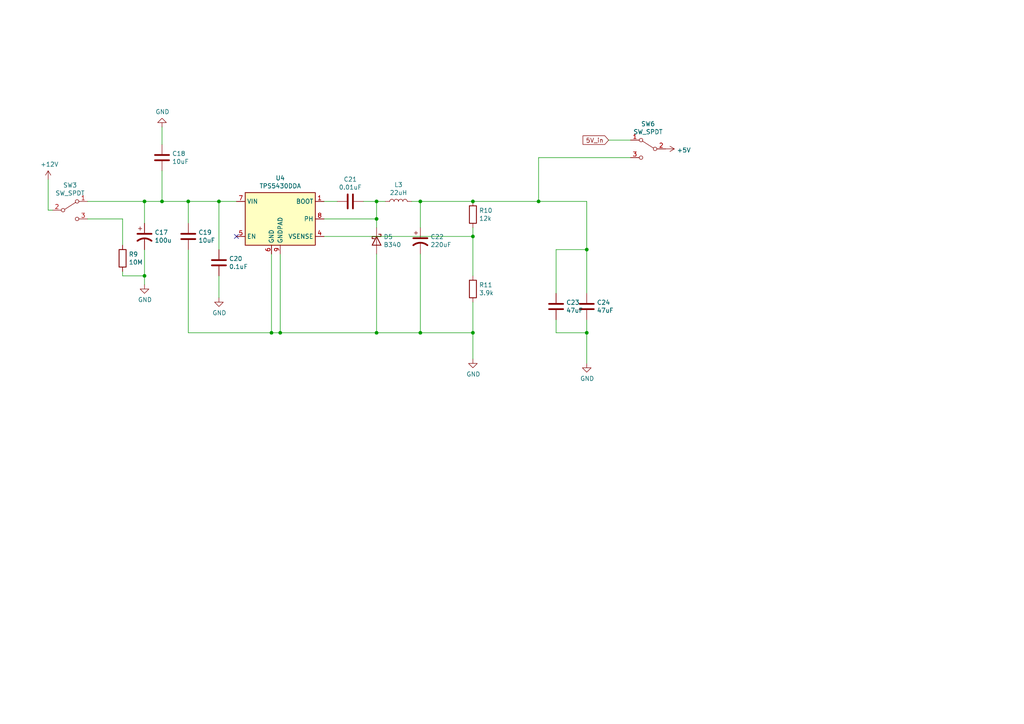
<source format=kicad_sch>
(kicad_sch (version 20230121) (generator eeschema)
  (paper "A4")
  (lib_symbols
    (symbol "Device:C" (pin_numbers hide) (pin_names (offset 0.254))
      (property "Reference" "C" (at 0.635 2.54 0))
      (property "Value" "C" (at 0.635 -2.54 0))
      (symbol "C_0_1"
        (polyline (pts (xy -2.032 -0.762) (xy 2.032 -0.762)) (stroke (width 0.508)))
        (polyline (pts (xy -2.032 0.762) (xy 2.032 0.762)) (stroke (width 0.508)))
      )
      (symbol "C_1_1"
        (pin passive line (at 0 3.81 270) (length 2.794) (name "~") (number "1"))
        (pin passive line (at 0 -3.81 90) (length 2.794) (name "~") (number "2"))
      )
    )
    (symbol "Device:L" (pin_numbers hide) (pin_names (offset 1.016) hide)
      (property "Reference" "L" (at -1.27 0 90))
      (property "Value" "L" (at 1.905 0 90))
      (symbol "L_0_1"
        (arc (start 0 -2.54) (mid 0.6323 -1.905) (end 0 -1.27))
        (arc (start 0 -1.27) (mid 0.6323 -0.635) (end 0 0))
        (arc (start 0 0) (mid 0.6323 0.635) (end 0 1.27))
        (arc (start 0 1.27) (mid 0.6323 1.905) (end 0 2.54))
      )
      (symbol "L_1_1"
        (pin passive line (at 0 3.81 270) (length 1.27) (name "1") (number "1"))
        (pin passive line (at 0 -3.81 90) (length 1.27) (name "2") (number "2"))
      )
    )
    (symbol "Device:R" (pin_numbers hide) (pin_names (offset 0))
      (property "Reference" "R" (at 2.032 0 90))
      (property "Value" "R" (at 0 0 90))
      (symbol "R_0_1"
        (rectangle (start -1.016 -2.54) (end 1.016 2.54) (stroke (width 0.254)))
      )
      (symbol "R_1_1"
        (pin passive line (at 0 3.81 270) (length 1.27) (name "~") (number "1"))
        (pin passive line (at 0 -3.81 90) (length 1.27) (name "~") (number "2"))
      )
    )
    (symbol "Diode:B340" (pin_numbers hide) (pin_names (offset 1.016) hide)
      (property "Reference" "D" (at 0 2.54 0))
      (property "Value" "B340" (at 0 -2.54 0))
      (symbol "B340_0_1"
        (polyline (pts (xy 1.27 0) (xy -1.27 0)))
        (polyline (pts (xy 1.27 1.27) (xy 1.27 -1.27) (xy -1.27 0) (xy 1.27 1.27)) (stroke (width 0.254)))
        (polyline (pts (xy -1.905 0.635) (xy -1.905 1.27) (xy -1.27 1.27) (xy -1.27 -1.27) (xy -0.635 -1.27) (xy -0.635 -0.635)) (stroke (width 0.254)))
      )
      (symbol "B340_1_1"
        (pin passive line (at -3.81 0 0) (length 2.54) (name "K") (number "1"))
        (pin passive line (at 3.81 0 180) (length 2.54) (name "A") (number "2"))
      )
    )
    (symbol "Regulator_Switching:TPS5430DDA"
      (property "Reference" "U" (at -10.16 8.89 0))
      (property "Value" "TPS5430DDA" (at -1.27 8.89 0))
      (symbol "TPS5430DDA_0_1"
        (rectangle (start -10.16 7.62) (end 10.16 -7.62) (stroke (width 0.254)) (fill (type background)))
      )
      (symbol "TPS5430DDA_1_1"
        (pin input line (at 12.7 5.08 180) (length 2.54) (name "BOOT") (number "1"))
        (pin no_connect line (at -10.16 2.54 0) (length 2.54) hide (name "NC") (number "2"))
        (pin no_connect line (at -10.16 -2.54 0) (length 2.54) hide (name "NC") (number "3"))
        (pin input line (at 12.7 -5.08 180) (length 2.54) (name "VSENSE") (number "4"))
        (pin input line (at -12.7 -5.08 0) (length 2.54) (name "EN") (number "5"))
        (pin power_in line (at -2.54 -10.16 90) (length 2.54) (name "GND") (number "6"))
        (pin power_in line (at -12.7 5.08 0) (length 2.54) (name "VIN") (number "7"))
        (pin output line (at 12.7 0 180) (length 2.54) (name "PH") (number "8"))
        (pin power_in line (at 0 -10.16 90) (length 2.54) (name "GNDPAD") (number "9"))
      )
    )
    (symbol "Switch:SW_SPDT" (pin_names (offset 0) hide)
      (property "Reference" "SW" (at 0 4.318 0))
      (property "Value" "SW_SPDT" (at 0 -5.08 0))
      (symbol "SW_SPDT_0_0"
        (circle (center -2.032 0) (radius 0.508))
        (circle (center 2.032 -2.54) (radius 0.508))
      )
      (symbol "SW_SPDT_0_1"
        (polyline (pts (xy -1.524 0.254) (xy 1.651 2.286)))
        (circle (center 2.032 2.54) (radius 0.508))
      )
      (symbol "SW_SPDT_1_1"
        (pin passive line (at 5.08 2.54 180) (length 2.54) (name "A") (number "1"))
        (pin passive line (at -5.08 0 0) (length 2.54) (name "B") (number "2"))
        (pin passive line (at 5.08 -2.54 180) (length 2.54) (name "C") (number "3"))
      )
    )
    (symbol "power:+12V" (power) (pin_names (offset 0))
      (property "Value" "+12V" (at 0 3.556 0))
      (symbol "+12V_0_1"
        (polyline (pts (xy -0.762 1.27) (xy 0 2.54)))
        (polyline (pts (xy 0 0) (xy 0 2.54)))
        (polyline (pts (xy 0 2.54) (xy 0.762 1.27)))
      )
      (symbol "+12V_1_1"
        (pin power_in line (at 0 0 90) (length 0) hide (name "+12V") (number "1"))
      )
    )
    (symbol "power:+5V" (power) (pin_names (offset 0))
      (property "Value" "+5V" (at 0 3.556 0))
      (symbol "+5V_0_1"
        (polyline (pts (xy -0.762 1.27) (xy 0 2.54)))
        (polyline (pts (xy 0 0) (xy 0 2.54)))
        (polyline (pts (xy 0 2.54) (xy 0.762 1.27)))
      )
      (symbol "+5V_1_1"
        (pin power_in line (at 0 0 90) (length 0) hide (name "+5V") (number "1"))
      )
    )
    (symbol "power:GND" (power) (pin_names (offset 0))
      (property "Value" "GND" (at 0 -3.81 0))
      (symbol "GND_0_1"
        (polyline (pts (xy 0 0) (xy 0 -1.27) (xy 1.27 -1.27) (xy 0 -2.54) (xy -1.27 -1.27) (xy 0 -1.27)))
      )
      (symbol "GND_1_1"
        (pin power_in line (at 0 0 270) (length 0) hide (name "GND") (number "1"))
      )
    )
    (symbol "tps61088-rescue:CP1-Device" (pin_numbers hide) (pin_names (offset 0.254) hide)
      (property "Reference" "C" (at 0.635 2.54 0))
      (property "Value" "CP1-Device" (at 0.635 -2.54 0))
      (symbol "CP1-Device_0_1"
        (polyline (pts (xy -2.032 0.762) (xy 2.032 0.762)) (stroke (width 0.508)))
        (polyline (pts (xy -1.778 2.286) (xy -0.762 2.286)))
        (polyline (pts (xy -1.27 1.778) (xy -1.27 2.794)))
        (arc (start 2.032 -1.27) (mid 0 -0.5572) (end -2.032 -1.27) (stroke (width 0.508)))
      )
      (symbol "CP1-Device_1_1"
        (pin passive line (at 0 3.81 270) (length 2.794) (name "~") (number "1"))
        (pin passive line (at 0 -3.81 90) (length 3.302) (name "~") (number "2"))
      )
    )
  )
  (junction (at 156.21 58.42))
  (junction (at 109.22 63.5))
  (junction (at 63.5 58.42))
  (junction (at 137.16 68.58))
  (junction (at 78.74 96.52))
  (junction (at 170.18 96.52))
  (junction (at 41.91 58.42))
  (junction (at 46.99 58.42))
  (junction (at 109.22 58.42))
  (junction (at 81.28 96.52))
  (junction (at 170.18 72.39))
  (junction (at 121.92 58.42))
  (junction (at 121.92 96.52))
  (junction (at 109.22 96.52))
  (junction (at 41.91 80.01))
  (junction (at 137.16 96.52))
  (junction (at 54.61 58.42))
  (junction (at 137.16 58.42))
  (no_connect (at 68.58 68.58))
  (wire (pts (xy 81.28 96.52) (xy 109.22 96.52)))
  (wire (pts (xy 35.56 78.74) (xy 35.56 80.01)))
  (wire (pts (xy 109.22 58.42) (xy 111.76 58.42)))
  (wire (pts (xy 25.4 58.42) (xy 41.91 58.42)))
  (wire (pts (xy 137.16 104.14) (xy 137.16 96.52)))
  (wire (pts (xy 161.29 85.09) (xy 161.29 72.39)))
  (wire (pts (xy 156.21 45.72) (xy 182.88 45.72)))
  (wire (pts (xy 63.5 58.42) (xy 63.5 72.39)))
  (wire (pts (xy 161.29 96.52) (xy 170.18 96.52)))
  (wire (pts (xy 63.5 58.42) (xy 68.58 58.42)))
  (wire (pts (xy 105.41 58.42) (xy 109.22 58.42)))
  (wire (pts (xy 41.91 58.42) (xy 46.99 58.42)))
  (wire (pts (xy 41.91 72.39) (xy 41.91 80.01)))
  (wire (pts (xy 170.18 85.09) (xy 170.18 72.39)))
  (wire (pts (xy 46.99 36.83) (xy 46.99 41.91)))
  (wire (pts (xy 46.99 49.53) (xy 46.99 58.42)))
  (wire (pts (xy 54.61 72.39) (xy 54.61 96.52)))
  (wire (pts (xy 137.16 68.58) (xy 137.16 80.01)))
  (wire (pts (xy 54.61 96.52) (xy 78.74 96.52)))
  (wire (pts (xy 35.56 63.5) (xy 35.56 71.12)))
  (wire (pts (xy 137.16 96.52) (xy 121.92 96.52)))
  (wire (pts (xy 13.97 52.07) (xy 13.97 60.96)))
  (wire (pts (xy 46.99 58.42) (xy 54.61 58.42)))
  (wire (pts (xy 161.29 72.39) (xy 170.18 72.39)))
  (wire (pts (xy 121.92 58.42) (xy 119.38 58.42)))
  (wire (pts (xy 78.74 96.52) (xy 81.28 96.52)))
  (wire (pts (xy 109.22 73.66) (xy 109.22 96.52)))
  (wire (pts (xy 97.79 58.42) (xy 93.98 58.42)))
  (wire (pts (xy 13.97 60.96) (xy 15.24 60.96)))
  (wire (pts (xy 35.56 63.5) (xy 25.4 63.5)))
  (wire (pts (xy 170.18 58.42) (xy 156.21 58.42)))
  (wire (pts (xy 170.18 96.52) (xy 170.18 105.41)))
  (wire (pts (xy 109.22 66.04) (xy 109.22 63.5)))
  (wire (pts (xy 156.21 58.42) (xy 137.16 58.42)))
  (wire (pts (xy 121.92 73.66) (xy 121.92 96.52)))
  (wire (pts (xy 54.61 58.42) (xy 63.5 58.42)))
  (wire (pts (xy 137.16 58.42) (xy 121.92 58.42)))
  (wire (pts (xy 176.53 40.64) (xy 182.88 40.64)))
  (wire (pts (xy 109.22 63.5) (xy 109.22 58.42)))
  (wire (pts (xy 137.16 66.04) (xy 137.16 68.58)))
  (wire (pts (xy 121.92 66.04) (xy 121.92 58.42)))
  (wire (pts (xy 161.29 92.71) (xy 161.29 96.52)))
  (wire (pts (xy 41.91 80.01) (xy 41.91 82.55)))
  (wire (pts (xy 81.28 73.66) (xy 81.28 96.52)))
  (wire (pts (xy 137.16 87.63) (xy 137.16 96.52)))
  (wire (pts (xy 170.18 72.39) (xy 170.18 58.42)))
  (wire (pts (xy 156.21 45.72) (xy 156.21 58.42)))
  (wire (pts (xy 78.74 73.66) (xy 78.74 96.52)))
  (wire (pts (xy 41.91 58.42) (xy 41.91 64.77)))
  (wire (pts (xy 35.56 80.01) (xy 41.91 80.01)))
  (wire (pts (xy 93.98 63.5) (xy 109.22 63.5)))
  (wire (pts (xy 109.22 96.52) (xy 121.92 96.52)))
  (wire (pts (xy 54.61 58.42) (xy 54.61 64.77)))
  (wire (pts (xy 170.18 92.71) (xy 170.18 96.52)))
  (wire (pts (xy 93.98 68.58) (xy 137.16 68.58)))
  (wire (pts (xy 63.5 86.36) (xy 63.5 80.01)))
  (global_label "5V_in" (shape input) (at 176.53 40.64 180) (property "Intersheetrefs" "${INTERSHEET_REFS}" (effects hide)))
  (symbol (lib_id "tps61088-rescue:CP1-Device") (at 41.91 68.58 0) (unit 1)
    (property "Reference" "C17" (at 44.831 67.4116 0) (effects (justify left)))
    (property "Value" "100u" (at 44.831 69.723 0) (effects (justify left)))
    (property "Footprint" "Capacitor_THT:CP_Radial_D5.0mm_P2.00mm" (effects hide))
  )
  (symbol (lib_id "Device:C") (at 101.6 58.42 90) (unit 1)
    (property "Reference" "C21" (at 101.6 52.0192 90))
    (property "Value" "0.01uF" (at 101.6 54.3306 90))
    (property "Footprint" "Capacitor_SMD:C_0402_1005Metric" (effects hide))
  )
  (symbol (lib_id "Device:R") (at 137.16 83.82 0) (unit 1)
    (property "Reference" "R11" (at 138.938 82.6516 0) (effects (justify left)))
    (property "Value" "3.9k" (at 138.938 84.963 0) (effects (justify left)))
    (property "Footprint" "Resistor_SMD:R_0402_1005Metric" (effects hide))
  )
  (symbol (lib_id "power:+5V") (at 193.04 43.18 270) (unit 1)
    (property "Reference" "#PWR020" (effects hide))
    (property "Value" "+5V" (at 196.2912 43.561 90) (effects (justify left)))
  )
  (symbol (lib_id "power:GND") (at 170.18 105.41 0) (unit 1)
    (property "Reference" "#PWR021" (effects hide))
    (property "Value" "GND" (at 170.307 109.8042 0))
  )
  (symbol (lib_id "Device:R") (at 35.56 74.93 0) (unit 1)
    (property "Reference" "R9" (at 37.338 73.7616 0) (effects (justify left)))
    (property "Value" "10M" (at 37.338 76.073 0) (effects (justify left)))
    (property "Footprint" "Resistor_SMD:R_0402_1005Metric" (effects hide))
  )
  (symbol (lib_id "Regulator_Switching:TPS5430DDA") (at 81.28 63.5 0) (unit 1)
    (property "Reference" "U4" (at 81.28 51.6382 0))
    (property "Value" "TPS5430DDA" (at 81.28 53.9496 0))
    (property "Footprint" "Package_SO:TI_SO-PowerPAD-8_ThermalVias" (effects hide))
    (property "Datasheet" "http://www.ti.com/lit/ds/symlink/tps5430.pdf" (effects hide))
  )
  (symbol (lib_id "Diode:B340") (at 109.22 69.85 270) (unit 1)
    (property "Reference" "D5" (at 111.252 68.6816 90) (effects (justify left)))
    (property "Value" "B340" (at 111.252 70.993 90) (effects (justify left)))
    (property "Footprint" "Diode_SMD:D_SMA" (effects hide))
    (property "Datasheet" "http://www.jameco.com/Jameco/Products/ProdDS/1538777.pdf" (effects hide))
  )
  (symbol (lib_id "Device:R") (at 137.16 62.23 0) (unit 1)
    (property "Reference" "R10" (at 138.938 61.0616 0) (effects (justify left)))
    (property "Value" "12k" (at 138.938 63.373 0) (effects (justify left)))
    (property "Footprint" "Resistor_SMD:R_0402_1005Metric" (effects hide))
  )
  (symbol (lib_id "Device:C") (at 63.5 76.2 0) (unit 1)
    (property "Reference" "C20" (at 66.421 75.0316 0) (effects (justify left)))
    (property "Value" "0.1uF" (at 66.421 77.343 0) (effects (justify left)))
    (property "Footprint" "Capacitor_SMD:C_0402_1005Metric" (effects hide))
  )
  (symbol (lib_id "Device:C") (at 46.99 45.72 0) (unit 1)
    (property "Reference" "C18" (at 49.911 44.5516 0) (effects (justify left)))
    (property "Value" "10uF" (at 49.911 46.863 0) (effects (justify left)))
    (property "Footprint" "Capacitor_SMD:C_0603_1608Metric" (effects hide))
  )
  (symbol (lib_id "power:GND") (at 41.91 82.55 0) (unit 1)
    (property "Reference" "#PWR016" (effects hide))
    (property "Value" "GND" (at 42.037 86.9442 0))
  )
  (symbol (lib_id "power:GND") (at 46.99 36.83 0) (mirror x) (unit 1)
    (property "Reference" "#PWR017" (effects hide))
    (property "Value" "GND" (at 47.117 32.4358 0))
  )
  (symbol (lib_id "power:GND") (at 63.5 86.36 0) (unit 1)
    (property "Reference" "#PWR018" (effects hide))
    (property "Value" "GND" (at 63.627 90.7542 0))
  )
  (symbol (lib_id "power:GND") (at 137.16 104.14 0) (unit 1)
    (property "Reference" "#PWR019" (effects hide))
    (property "Value" "GND" (at 137.287 108.5342 0))
  )
  (symbol (lib_id "tps61088-rescue:CP1-Device") (at 121.92 69.85 0) (unit 1)
    (property "Reference" "C22" (at 124.841 68.6816 0) (effects (justify left)))
    (property "Value" "220uF" (at 124.841 70.993 0) (effects (justify left)))
    (property "Footprint" "Capacitor_THT:CP_Radial_D6.3mm_P2.50mm" (effects hide))
  )
  (symbol (lib_id "Device:C") (at 54.61 68.58 0) (unit 1)
    (property "Reference" "C19" (at 57.531 67.4116 0) (effects (justify left)))
    (property "Value" "10uF" (at 57.531 69.723 0) (effects (justify left)))
    (property "Footprint" "Capacitor_SMD:C_0603_1608Metric" (effects hide))
  )
  (symbol (lib_id "Device:C") (at 161.29 88.9 0) (unit 1)
    (property "Reference" "C23" (at 164.211 87.7316 0) (effects (justify left)))
    (property "Value" "47uF" (at 164.211 90.043 0) (effects (justify left)))
    (property "Footprint" "Capacitor_SMD:C_1206_3216Metric" (effects hide))
  )
  (symbol (lib_id "Device:C") (at 170.18 88.9 0) (unit 1)
    (property "Reference" "C24" (at 173.101 87.7316 0) (effects (justify left)))
    (property "Value" "47uF" (at 173.101 90.043 0) (effects (justify left)))
    (property "Footprint" "Capacitor_SMD:C_1206_3216Metric" (effects hide))
  )
  (symbol (lib_id "Device:L") (at 115.57 58.42 90) (unit 1)
    (property "Reference" "L3" (at 115.57 53.594 90))
    (property "Value" "22uH" (at 115.57 55.9054 90))
    (property "Footprint" "Inductor_SMD:L_7.3x7.3_H3.5" (effects hide))
  )
  (symbol (lib_id "power:+12V") (at 13.97 52.07 0) (unit 1)
    (property "Reference" "#PWR015" (effects hide))
    (property "Value" "+12V" (at 14.351 47.6758 0))
  )
  (symbol (lib_id "Switch:SW_SPDT") (at 20.32 60.96 0) (unit 1)
    (property "Reference" "SW3" (at 20.32 53.721 0))
    (property "Value" "SW_SPDT" (at 20.32 56.0324 0))
    (property "Footprint" "Button_Switch_THT:SW_Slide_1P2T_CK_OS102011MS2Q" (effects hide))
  )
  (symbol (lib_id "Switch:SW_SPDT") (at 187.96 43.18 0) (mirror y) (unit 1)
    (property "Reference" "SW6" (at 187.96 35.941 0))
    (property "Value" "SW_SPDT" (at 187.96 38.2524 0))
    (property "Footprint" "Button_Switch_THT:SW_Slide_1P2T_CK_OS102011MS2Q" (effects hide))
  )
)
</source>
